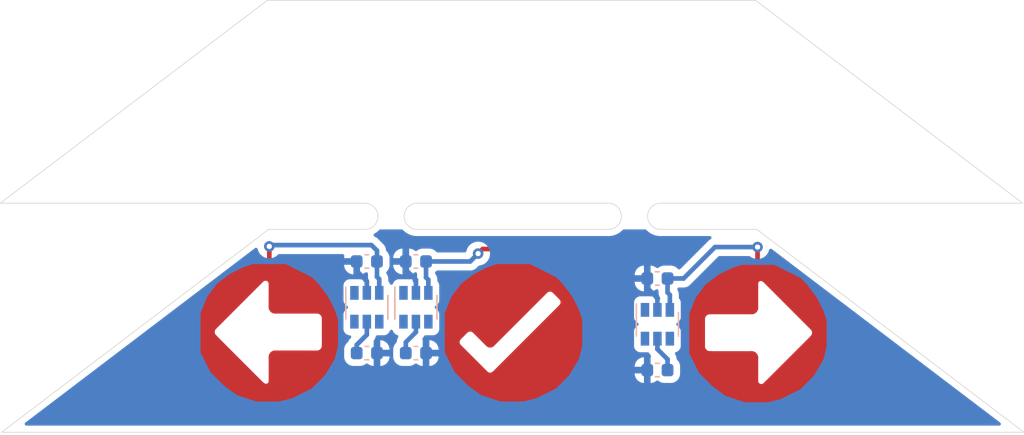
<source format=kicad_pcb>
(kicad_pcb (version 20211014) (generator pcbnew)
  (layers (0 "F.Cu" signal) (31 "B.Cu" signal) (34 "B.Paste" user) (35 "F.Paste" user) (36 "B.SilkS" user "B.Silkscreen") (37 "F.SilkS" user "F.Silkscreen") (38 "B.Mask" user) (39 "F.Mask" user) (44 "Edge.Cuts" user))
  (net 0 "")
  (net 1 "GND")
  (net 2 "Net-(C2-Pad1)")
  (net 3 "Net-(C5-Pad1)")
  (net 4 "Net-(C9-Pad1)")
  (net 11 "TP2")
  (net 12 "TP3")
  (net 13 "TP5")
  (net 14 "+5V")
  (footprint "Touchpad:TP_11mm_kvacica" (layer "F.Cu") (at 198.9 106.5)
    (fp_text reference "TP2" hide)
    (fp_text value "TestPoint")
    (fp_line (start -1.524001 3.047999) (end 3.555999 -2.032001) (layer "F.Cu") (width 0.12))
    (fp_line (start 3.555999 -2.539999) (end 3.047999 -3.047999) (layer "F.Cu") (width 0.12))
    (fp_line (start 2.54 -3.048) (end -1.524 1.016) (layer "F.Cu") (width 0.12))
    (fp_line (start -3.048001 0.000001) (end -2.032 1.016) (layer "F.Cu") (width 0.12))
    (fp_line (start -4.064 1.016) (end -2.032 3.048) (layer "F.Cu") (width 0.12))
    (fp_line (start -4.063999 0.508001) (end -3.556 0) (layer "F.Cu") (width 0.12))
    (fp_arc (start -1.524001 3.047999) (mid -1.778 3.153209) (end -2.031999 3.047999) (layer "F.Cu") (width 0.12))
    (fp_arc (start 3.555999 -2.539999) (mid 3.661209 -2.286) (end 3.555999 -2.032001) (layer "F.Cu") (width 0.12))
    (fp_arc (start -1.524001 1.015999) (mid -1.778 1.121209) (end -2.031999 1.015999) (layer "F.Cu") (width 0.12))
    (fp_arc (start -4.063999 1.015999) (mid -4.169209 0.762) (end -4.063999 0.508001) (layer "F.Cu") (width 0.12))
    (fp_arc (start -3.555999 0.000001) (mid -3.302 -0.105209) (end -3.048001 0.000001) (layer "F.Cu") (width 0.12))
    (fp_arc (start 2.540001 -3.047999) (mid 2.794 -3.153209) (end 3.047999 -3.047999) (layer "F.Cu") (width 0.12))
    (fp_circle (center 0 0) (end 5 0) (layer "F.Cu") (width 1) (fill none))
    (fp_poly (pts (xy -1.651 3.2385) (xy -1.4605 4.318) (xy -2.3495 4.318) (xy -2.286 3.048) (xy -2.032 3.048)) (layer "F.Cu") (width 0.01) (fill solid))
    (fp_poly (pts (xy 2.8575 -4.191) (xy 4.8895 -1.651) (xy 4.826 0.9525) (xy 3.556 3.556) (xy 0.635 4.953) (xy -1.7145 4.6355) (xy -1.778 3.175) (xy -1.524 3.048) (xy 3.556 -2.032) (xy 3.683 -2.3495) (xy 3.556 -2.54) (xy 2.9845 -3.1115) (xy 2.6035 -3.1115) (xy -1.4605 0.9525) (xy -1.7145 1.143) (xy -2.032 1.016) (xy -2.9845 0.0635) (xy -3.2385 -0.0635) (xy -3.4925 -0.0635) (xy -4.1275 0.5715) (xy -4.191 0.762) (xy -4.0005 1.0795) (xy -2.032 3.048) (xy -2.032 4.318) (xy -3.429 3.7465) (xy -4.6355 1.9685) (xy -4.826 -0.635) (xy -3.8735 -3.3655) (xy -0.635 -5.08)) (layer "F.Cu") (width 0.01) (fill solid))
    (pad "1" smd rect locked (at 0 -5.73786) (size 0.3556 0.5) (layers "F.Cu") (net 3 "Net-(C5-Pad1)"))
  )
  (footprint "Touchpad:TP_11mm_strelicaLijevo" (layer "F.Cu") (at 180.25 106.49393)
    (fp_text reference "TP3" hide)
    (fp_text value "TestPoint")
    (fp_line (start 4.064 -1.4605) (end 4.064 1.4605) (layer "F.Cu") (width 0.1))
    (fp_line (start -4.3815 0) (end -0.508 -3.8735) (layer "F.Cu") (width 0.1))
    (fp_line (start 0.508 -1.4605) (end 4.064 -1.4605) (layer "F.Cu") (width 0.1))
    (fp_line (start -0.000979 -3.696915) (end -0.002746 -1.905) (layer "F.Cu") (width 0.1))
    (fp_line (start 0 1.9685) (end 0 3.7465) (layer "F.Cu") (width 0.1))
    (fp_line (start -0.4445 3.937) (end -4.3815 0) (layer "F.Cu") (width 0.1))
    (fp_line (start 4.064 1.4605) (end 0.494085 1.458733) (layer "F.Cu") (width 0.1))
    (fp_arc (start -4.097508 0.287508) (mid -4.215976 -0.022485) (end -4.064 -0.3175) (layer "F.Cu") (width 0.1))
    (fp_arc (start 3.556 -1.4605) (mid 3.932002 -1.33842) (end 4.065767 -0.966415) (layer "F.Cu") (width 0.1))
    (fp_arc (start 0.508 -1.4605) (mid 0.151574 -1.566551) (end -0.002499 -1.905) (layer "F.Cu") (width 0.1))
    (fp_arc (start -0.520255 -3.859585) (mid -0.196856 -3.957703) (end 0 -3.683) (layer "F.Cu") (width 0.1))
    (fp_arc (start 0 1.9685) (mid 0.12208 1.592498) (end 0.494085 1.458733) (layer "F.Cu") (width 0.1))
    (fp_arc (start 0 3.7465) (mid -0.163824 3.983954) (end -0.443971 3.915103) (layer "F.Cu") (width 0.1))
    (fp_arc (start 4.064 0.9525) (mid 3.94192 1.328502) (end 3.569915 1.462267) (layer "F.Cu") (width 0.1))
    (fp_circle (center 0 0) (end 5 0) (layer "F.Cu") (width 1) (fill none))
    (fp_poly (pts (xy -4.2545 0.0635) (xy -4.445 0.0635) (xy -4.445 -0.127) (xy -4.2545 -0.127)) (layer "F.Cu") (width 0.1) (fill solid))
    (fp_poly (pts (xy 4.6355 0.0635) (xy 4.064 0.0635) (xy 4.064 -1.5875) (xy 4.6355 -1.5875)) (layer "F.Cu") (width 0.01) (fill solid))
    (fp_poly (pts (xy 4.1275 -1.2065) (xy 3.81 -1.4605) (xy 4.1275 -1.4605)) (layer "F.Cu") (width 0.1) (fill solid))
    (fp_poly (pts (xy 4.064 -2.9845) (xy 4.826 -1.5875) (xy 4.064 -1.4605) (xy 0.3175 -1.4605) (xy 0.0635 -1.651) (xy 0 -2.159) (xy 0 -3.683) (xy -0.127 -3.937) (xy -0.4445 -3.937) (xy -4.2545 -0.127) (xy -4.2545 0.0635) (xy -0.635 3.7465) (xy -0.3175 4.0005) (xy -0.0635 3.937) (xy 0 3.6195) (xy 0 1.905) (xy 0.127 1.5875) (xy 0.381 1.4605) (xy 4.064 1.4605) (xy 4.064 -0.0635) (xy 4.8895 -0.0635) (xy 4.5085 1.8415) (xy 2.6035 4.3815) (xy 0.0635 5.2705) (xy -2.4765 4.191) (xy -4.953 1.778) (xy -4.5085 -2.413) (xy -1.651 -4.6355) (xy 1.0795 -4.7625)) (layer "F.Cu") (width 0.01) (fill solid))
    (fp_poly (pts (xy 4.1275 1.524) (xy 3.81 1.524) (xy 4.1275 1.27)) (layer "F.Cu") (width 0.1) (fill solid))
    (pad "1" smd rect locked (at 0 -5.73786) (size 0.3556 0.5) (layers "F.Cu") (net 4 "Net-(C9-Pad1)"))
  )
  (footprint "Touchpad:TP_11mm_strelicaDesno" (layer "F.Cu") (at 217.55 106.54393)
    (fp_text reference "TP4" hide)
    (fp_text value "TestPoint")
    (fp_line (start -0.508 1.4605) (end -4.064 1.4605) (layer "F.Cu") (width 0.1))
    (fp_line (start -4.064 1.4605) (end -4.064 -1.4605) (layer "F.Cu") (width 0.1))
    (fp_line (start 0.000979 3.696915) (end 0.002746 1.905) (layer "F.Cu") (width 0.1))
    (fp_line (start -4.064 -1.4605) (end -0.494085 -1.458733) (layer "F.Cu") (width 0.1))
    (fp_line (start 0 -1.9685) (end 0 -3.7465) (layer "F.Cu") (width 0.1))
    (fp_line (start 0.4445 -3.937) (end 4.3815 0) (layer "F.Cu") (width 0.1))
    (fp_line (start 4.3815 0) (end 0.508 3.8735) (layer "F.Cu") (width 0.1))
    (fp_arc (start -3.556 1.4605) (mid -3.932002 1.33842) (end -4.065767 0.966415) (layer "F.Cu") (width 0.1))
    (fp_arc (start 0 -3.7465) (mid 0.163824 -3.983954) (end 0.443971 -3.915103) (layer "F.Cu") (width 0.1))
    (fp_arc (start 0 -1.9685) (mid -0.12208 -1.592498) (end -0.494085 -1.458733) (layer "F.Cu") (width 0.1))
    (fp_arc (start -0.508 1.4605) (mid -0.151574 1.566551) (end 0.002499 1.905) (layer "F.Cu") (width 0.1))
    (fp_arc (start -4.064 -0.9525) (mid -3.94192 -1.328502) (end -3.569915 -1.462267) (layer "F.Cu") (width 0.1))
    (fp_arc (start 4.097508 -0.287508) (mid 4.215976 0.022485) (end 4.064 0.3175) (layer "F.Cu") (width 0.1))
    (fp_arc (start 0.520255 3.859585) (mid 0.196856 3.957703) (end 0 3.683) (layer "F.Cu") (width 0.1))
    (fp_circle (center 0 0) (end -5 0) (layer "F.Cu") (width 1) (fill none))
    (fp_poly (pts (xy -4.1275 1.2065) (xy -3.81 1.4605) (xy -4.1275 1.4605)) (layer "F.Cu") (width 0.1) (fill solid))
    (fp_poly (pts (xy -4.6355 -0.0635) (xy -4.064 -0.0635) (xy -4.064 1.5875) (xy -4.6355 1.5875)) (layer "F.Cu") (width 0.01) (fill solid))
    (fp_poly (pts (xy 4.2545 -0.0635) (xy 4.445 -0.0635) (xy 4.445 0.127) (xy 4.2545 0.127)) (layer "F.Cu") (width 0.1) (fill solid))
    (fp_poly (pts (xy -4.1275 -1.524) (xy -3.81 -1.524) (xy -4.1275 -1.27)) (layer "F.Cu") (width 0.1) (fill solid))
    (fp_poly (pts (xy -4.064 2.9845) (xy -4.826 1.5875) (xy -4.064 1.4605) (xy -0.3175 1.4605) (xy -0.0635 1.651) (xy 0 2.159) (xy 0 3.683) (xy 0.127 3.937) (xy 0.4445 3.937) (xy 4.2545 0.127) (xy 4.2545 -0.0635) (xy 0.635 -3.7465) (xy 0.3175 -4.0005) (xy 0.0635 -3.937) (xy 0 -3.6195) (xy 0 -1.905) (xy -0.127 -1.5875) (xy -0.381 -1.4605) (xy -4.064 -1.4605) (xy -4.064 0.0635) (xy -4.8895 0.0635) (xy -4.5085 -1.8415) (xy -2.6035 -4.3815) (xy -0.0635 -5.2705) (xy 2.4765 -4.191) (xy 4.953 -1.778) (xy 4.5085 2.413) (xy 1.651 4.6355) (xy -1.0795 4.7625)) (layer "F.Cu") (width 0.01) (fill solid))
    (pad "1" smd rect locked (at 0 -5.73786) (size 0.3556 0.5) (layers "F.Cu") (net 2 "Net-(C2-Pad1)"))
  )
  (footprint "Capacitor_SMD:C_0603_1608Metric" (layer "B.Cu") (at 209.9 102.4 180)
    (fp_text reference "C2")
    (fp_text value "0-50 pF")
    (fp_line (start -0.14058 0.51) (end 0.14058 0.51) (layer "B.SilkS") (width 0.12))
    (fp_line (start -0.14058 -0.51) (end 0.14058 -0.51) (layer "B.SilkS") (width 0.12))
    (pad "1" smd roundrect locked (at -0.775 0 180) (size 0.9 0.95) (layers "B.Cu" "B.Paste" "B.Mask") (net 2 "Net-(C2-Pad1)"))
    (pad "2" smd roundrect locked (at 0.775 0 180) (size 0.9 0.95) (layers "B.Cu" "B.Paste" "B.Mask") (net 1 "GND"))
  )
  (footprint "Capacitor_SMD:C_0603_1608Metric" (layer "B.Cu") (at 209.9 109.4 180)
    (fp_text reference "C4")
    (fp_text value "100n")
    (fp_line (start -0.14058 0.51) (end 0.14058 0.51) (layer "B.SilkS") (width 0.12))
    (fp_line (start -0.14058 -0.51) (end 0.14058 -0.51) (layer "B.SilkS") (width 0.12))
    (pad "1" smd roundrect locked (at -0.775 0 180) (size 0.9 0.95) (layers "B.Cu" "B.Paste" "B.Mask") (net 14 "+5V"))
    (pad "2" smd roundrect locked (at 0.775 0 180) (size 0.9 0.95) (layers "B.Cu" "B.Paste" "B.Mask") (net 1 "GND"))
  )
  (footprint "Capacitor_SMD:C_0603_1608Metric" (layer "B.Cu") (at 191.45 101.1 180)
    (fp_text reference "C5")
    (fp_text value "0-50 pF")
    (fp_line (start -0.14058 0.51) (end 0.14058 0.51) (layer "B.SilkS") (width 0.12))
    (fp_line (start -0.14058 -0.51) (end 0.14058 -0.51) (layer "B.SilkS") (width 0.12))
    (pad "1" smd roundrect locked (at -0.775 0 180) (size 0.9 0.95) (layers "B.Cu" "B.Paste" "B.Mask") (net 3 "Net-(C5-Pad1)"))
    (pad "2" smd roundrect locked (at 0.775 0 180) (size 0.9 0.95) (layers "B.Cu" "B.Paste" "B.Mask") (net 1 "GND"))
  )
  (footprint "Capacitor_SMD:C_0603_1608Metric" (layer "B.Cu") (at 191.45 108.1)
    (fp_text reference "C7")
    (fp_text value "100n")
    (fp_line (start -0.14058 0.51) (end 0.14058 0.51) (layer "B.SilkS") (width 0.12))
    (fp_line (start -0.14058 -0.51) (end 0.14058 -0.51) (layer "B.SilkS") (width 0.12))
    (pad "1" smd roundrect locked (at -0.775 0) (size 0.9 0.95) (layers "B.Cu" "B.Paste" "B.Mask") (net 14 "+5V"))
    (pad "2" smd roundrect locked (at 0.775 0) (size 0.9 0.95) (layers "B.Cu" "B.Paste" "B.Mask") (net 1 "GND"))
  )
  (footprint "Capacitor_SMD:C_0603_1608Metric" (layer "B.Cu") (at 187.7 101.1 180)
    (fp_text reference "C9")
    (fp_text value "0-50 pF")
    (fp_line (start -0.14058 0.51) (end 0.14058 0.51) (layer "B.SilkS") (width 0.12))
    (fp_line (start -0.14058 -0.51) (end 0.14058 -0.51) (layer "B.SilkS") (width 0.12))
    (pad "1" smd roundrect locked (at -0.775 0 180) (size 0.9 0.95) (layers "B.Cu" "B.Paste" "B.Mask") (net 4 "Net-(C9-Pad1)"))
    (pad "2" smd roundrect locked (at 0.775 0 180) (size 0.9 0.95) (layers "B.Cu" "B.Paste" "B.Mask") (net 1 "GND"))
  )
  (footprint "Capacitor_SMD:C_0603_1608Metric" (layer "B.Cu") (at 187.7 108.1)
    (fp_text reference "C11")
    (fp_text value "100n")
    (fp_line (start -0.14058 0.51) (end 0.14058 0.51) (layer "B.SilkS") (width 0.12))
    (fp_line (start -0.14058 -0.51) (end 0.14058 -0.51) (layer "B.SilkS") (width 0.12))
    (pad "1" smd roundrect locked (at -0.775 0) (size 0.9 0.95) (layers "B.Cu" "B.Paste" "B.Mask") (net 14 "+5V"))
    (pad "2" smd roundrect locked (at 0.775 0) (size 0.9 0.95) (layers "B.Cu" "B.Paste" "B.Mask") (net 1 "GND"))
  )
  (footprint "Package_TO_SOT_SMD:SOT-23-6" (layer "B.Cu") (at 209.9 105.9 -90)
    (fp_text reference "U2" hide)
    (fp_text value "TTP223-BA6")
    (fp_line (start -0.9 -1.61) (end 0.9 -1.61) (layer "B.SilkS") (width 0.12))
    (fp_line (start 0.9 1.61) (end -1.55 1.61) (layer "B.SilkS") (width 0.12))
    (pad "1" smd rect locked (at -1.1 0.95 270) (size 1.06 0.65) (layers "B.Cu" "B.Paste" "B.Mask") (net 11 "TP2"))
    (pad "2" smd rect locked (at -1.1 0 270) (size 1.06 0.65) (layers "B.Cu" "B.Paste" "B.Mask") (net 1 "GND"))
    (pad "3" smd rect locked (at -1.1 -0.95 270) (size 1.06 0.65) (layers "B.Cu" "B.Paste" "B.Mask") (net 2 "Net-(C2-Pad1)"))
    (pad "4" smd rect locked (at 1.1 -0.95 270) (size 1.06 0.65) (layers "B.Cu" "B.Paste" "B.Mask"))
    (pad "5" smd rect locked (at 1.1 0 270) (size 1.06 0.65) (layers "B.Cu" "B.Paste" "B.Mask") (net 14 "+5V"))
    (pad "6" smd rect locked (at 1.1 0.95 270) (size 1.06 0.65) (layers "B.Cu" "B.Paste" "B.Mask"))
  )
  (footprint "Package_TO_SOT_SMD:SOT-23-6" (layer "B.Cu") (at 191.45 104.6 -90)
    (fp_text reference "U3" hide)
    (fp_text value "TTP223-BA6")
    (fp_line (start 0.9 1.61) (end -1.55 1.61) (layer "B.SilkS") (width 0.12))
    (fp_line (start -0.9 -1.61) (end 0.9 -1.61) (layer "B.SilkS") (width 0.12))
    (pad "1" smd rect locked (at -1.1 0.95 270) (size 1.06 0.65) (layers "B.Cu" "B.Paste" "B.Mask") (net 12 "TP3"))
    (pad "2" smd rect locked (at -1.1 0 270) (size 1.06 0.65) (layers "B.Cu" "B.Paste" "B.Mask") (net 1 "GND"))
    (pad "3" smd rect locked (at -1.1 -0.95 270) (size 1.06 0.65) (layers "B.Cu" "B.Paste" "B.Mask") (net 3 "Net-(C5-Pad1)"))
    (pad "4" smd rect locked (at 1.1 -0.95 270) (size 1.06 0.65) (layers "B.Cu" "B.Paste" "B.Mask"))
    (pad "5" smd rect locked (at 1.1 0 270) (size 1.06 0.65) (layers "B.Cu" "B.Paste" "B.Mask") (net 14 "+5V"))
    (pad "6" smd rect locked (at 1.1 0.95 270) (size 1.06 0.65) (layers "B.Cu" "B.Paste" "B.Mask"))
  )
  (footprint "Package_TO_SOT_SMD:SOT-23-6" (layer "B.Cu") (at 187.7 104.6 -90)
    (fp_text reference "U5" hide)
    (fp_text value "TTP223-BA6")
    (fp_line (start -0.9 -1.61) (end 0.9 -1.61) (layer "B.SilkS") (width 0.12))
    (fp_line (start 0.9 1.61) (end -1.55 1.61) (layer "B.SilkS") (width 0.12))
    (pad "1" smd rect locked (at -1.1 0.95 270) (size 1.06 0.65) (layers "B.Cu" "B.Paste" "B.Mask") (net 13 "TP5"))
    (pad "2" smd rect locked (at -1.1 0 270) (size 1.06 0.65) (layers "B.Cu" "B.Paste" "B.Mask") (net 1 "GND"))
    (pad "3" smd rect locked (at -1.1 -0.95 270) (size 1.06 0.65) (layers "B.Cu" "B.Paste" "B.Mask") (net 4 "Net-(C9-Pad1)"))
    (pad "4" smd rect locked (at 1.1 -0.95 270) (size 1.06 0.65) (layers "B.Cu" "B.Paste" "B.Mask"))
    (pad "5" smd rect locked (at 1.1 0 270) (size 1.06 0.65) (layers "B.Cu" "B.Paste" "B.Mask") (net 14 "+5V"))
    (pad "6" smd rect locked (at 1.1 0.95 270) (size 1.06 0.65) (layers "B.Cu" "B.Paste" "B.Mask"))
  )
  (gr_line (start 210.15 96.65) (end 237.8 96.65) (layer "Edge.Cuts") (width 0.05))
  (gr_line (start 180.2 98.65) (end 159.8 114.15) (layer "Edge.Cuts") (width 0.05))
  (gr_line (start 217.4 81.15) (end 237.8 96.65) (layer "Edge.Cuts") (width 0.05))
  (gr_line (start 180.2 98.65) (end 187.55 98.65) (layer "Edge.Cuts") (width 0.05))
  (gr_arc (start 206.15 96.65) (mid 207.15 97.65) (end 206.15 98.65) (layer "Edge.Cuts") (width 0.05))
  (gr_line (start 180.1 81.15) (end 217.4 81.15) (layer "Edge.Cuts") (width 0.05))
  (gr_arc (start 210.15 98.65) (mid 209.15 97.65) (end 210.15 96.65) (layer "Edge.Cuts") (width 0.05))
  (gr_line (start 180.1 81.15) (end 159.7 96.65) (layer "Edge.Cuts") (width 0.05))
  (gr_circle (center 198.9 114.35) (end 198.91 114.35) (layer "Edge.Cuts") (width 0.0001) (fill solid))
  (gr_line (start 217.5 98.65) (end 237.9 114.15) (layer "Edge.Cuts") (width 0.05))
  (gr_line (start 159.8 114.15) (end 237.9 114.15) (layer "Edge.Cuts") (width 0.05))
  (gr_line (start 206.15 96.65) (end 191.55 96.65) (layer "Edge.Cuts") (width 0.05))
  (gr_line (start 217.5 98.65) (end 210.15 98.65) (layer "Edge.Cuts") (width 0.05))
  (gr_arc (start 191.55 98.65) (mid 190.55 97.65) (end 191.55 96.65) (layer "Edge.Cuts") (width 0.05))
  (gr_line (start 187.55 96.65) (end 159.7 96.65) (layer "Edge.Cuts") (width 0.05))
  (gr_line (start 191.55 98.65) (end 206.15 98.65) (layer "Edge.Cuts") (width 0.05))
  (gr_arc (start 187.55 96.65) (mid 188.55 97.65) (end 187.55 98.65) (layer "Edge.Cuts") (width 0.05))
  (gr_circle (center 197.9 106.6) (end 197.91 106.6) (layer "Edge.Cuts") (width 0.0001) (fill solid))
  (segment (start 187.7 102.6) (end 187.7 103.5) (width 0.3556) (layer "B.Cu") (net 1))
  (segment (start 186.925 101.825) (end 187.7 102.6) (width 0.3556) (layer "B.Cu") (net 1))
  (segment (start 209.9 103.9) (end 209.9 104.8) (width 0.3556) (layer "B.Cu") (net 1))
  (segment (start 186.925 101.1) (end 186.925 101.825) (width 0.3556) (layer "B.Cu") (net 1))
  (segment (start 209.125 103.125) (end 209.9 103.9) (width 0.3556) (layer "B.Cu") (net 1))
  (segment (start 190.675 101.725) (end 190.675 101.1) (width 0.3556) (layer "B.Cu") (net 1))
  (segment (start 191.45 102.5) (end 190.675 101.725) (width 0.3556) (layer "B.Cu") (net 1))
  (segment (start 209.125 102.4) (end 209.125 103.125) (width 0.3556) (layer "B.Cu") (net 1))
  (segment (start 191.45 103.5) (end 191.45 102.5) (width 0.3556) (layer "B.Cu") (net 1))
  (segment (start 217.55 100.25) (end 217.55 100.55) (width 0.3556) (layer "F.Cu") (net 2))
  (via (at 217.55 100) (size 0.8) (drill 0.4) (layers "F.Cu" "B.Cu") (net 2))
  (segment (start 211.9 102.4) (end 210.675 102.4) (width 0.3556) (layer "B.Cu") (net 2))
  (segment (start 217.55 100) (end 214.3 100) (width 0.3556) (layer "B.Cu") (net 2))
  (segment (start 214.3 100) (end 211.9 102.4) (width 0.3556) (layer "B.Cu") (net 2))
  (segment (start 210.675 103.475) (end 210.675 102.4) (width 0.3556) (layer "B.Cu") (net 2))
  (segment (start 210.85 104.8) (end 210.85 103.65) (width 0.3556) (layer "B.Cu") (net 2))
  (segment (start 210.85 103.65) (end 210.675 103.475) (width 0.3556) (layer "B.Cu") (net 2))
  (segment (start 196.55 100.15) (end 196.2 100.5) (width 0.3556) (layer "F.Cu") (net 3))
  (segment (start 198.65 100.15) (end 196.55 100.15) (width 0.3556) (layer "F.Cu") (net 3))
  (segment (start 198.9 100.61316) (end 198.9 100.4) (width 0.3556) (layer "F.Cu") (net 3))
  (segment (start 198.9 100.4) (end 198.65 100.15) (width 0.3556) (layer "F.Cu") (net 3))
  (via (at 196.2 100.5) (size 0.8) (drill 0.4) (layers "F.Cu" "B.Cu") (net 3))
  (segment (start 192.225 101.1) (end 192.225 102.325) (width 0.3556) (layer "B.Cu") (net 3))
  (segment (start 192.225 102.325) (end 192.4 102.5) (width 0.3556) (layer "B.Cu") (net 3))
  (segment (start 192.225 101.1) (end 195.6 101.1) (width 0.3556) (layer "B.Cu") (net 3))
  (segment (start 192.4 102.5) (end 192.4 103.5) (width 0.3556) (layer "B.Cu") (net 3))
  (segment (start 195.6 101.1) (end 196.2 100.5) (width 0.3556) (layer "B.Cu") (net 3))
  (segment (start 180.25 100.2) (end 180.25 100.5) (width 0.3556) (layer "F.Cu") (net 4))
  (via (at 180.25 99.95) (size 0.8) (drill 0.4) (layers "F.Cu" "B.Cu") (net 4))
  (segment (start 188.65 102.45) (end 188.65 103.5) (width 0.3556) (layer "B.Cu") (net 4))
  (segment (start 180.35 99.85) (end 180.25 99.95) (width 0.3556) (layer "B.Cu") (net 4))
  (segment (start 188.05 99.85) (end 180.35 99.85) (width 0.3556) (layer "B.Cu") (net 4))
  (segment (start 188.475 101.1) (end 188.475 100.275) (width 0.3556) (layer "B.Cu") (net 4))
  (segment (start 188.475 102.275) (end 188.65 102.45) (width 0.3556) (layer "B.Cu") (net 4))
  (segment (start 188.475 100.275) (end 188.05 99.85) (width 0.3556) (layer "B.Cu") (net 4))
  (segment (start 188.475 101.1) (end 188.475 102.275) (width 0.3556) (layer "B.Cu") (net 4))
  (segment (start 187.7 106.7) (end 187.7 105.7) (width 0.3556) (layer "B.Cu") (net 14))
  (segment (start 186.925 107.475) (end 187.7 106.7) (width 0.3556) (layer "B.Cu") (net 14))
  (segment (start 190.675 108.1) (end 190.675 107.275) (width 0.3556) (layer "B.Cu") (net 14))
  (segment (start 190.675 107.275) (end 191.45 106.5) (width 0.3556) (layer "B.Cu") (net 14))
  (segment (start 191.45 106.5) (end 191.45 105.7) (width 0.3556) (layer "B.Cu") (net 14))
  (segment (start 209.9 107) (end 209.9 107.8) (width 0.3556) (layer "B.Cu") (net 14))
  (segment (start 186.925 108.1) (end 186.925 107.475) (width 0.3556) (layer "B.Cu") (net 14))
  (segment (start 210.675 108.575) (end 210.675 109.4) (width 0.3556) (layer "B.Cu") (net 14))
  (segment (start 209.9 107.8) (end 210.675 108.575) (width 0.3556) (layer "B.Cu") (net 14))
  (zone (net 0) (net_name "") (layer "B.Cu") (connect_pads (clearance 0)) (min_thickness 0.254)
    (keepout (tracks not_allowed) (vias not_allowed) (pads allowed) (copperpour not_allowed) (footprints allowed))
    (fill (thermal_gap 0.508) (thermal_bridge_width 0.508))
    (polygon (pts (xy 220.83 102.36) (xy 221.33 102.86) (xy 222.08 103.86) (xy 222.58 104.86) (xy 222.83 105.61) (xy 222.83 107.61) (xy 222.58 108.61) (xy 221.83 109.86) (xy 220.83 110.86) (xy 219.33 111.61) (xy 218.33 111.86) (xy 216.58 111.86) (xy 215.08 111.36) (xy 214.08 110.61) (xy 213.08 109.61) (xy 212.33 108.11) (xy 212.33 107.11) (xy 212.33 106.11) (xy 212.33 105.11) (xy 212.83 103.86) (xy 213.58 102.86) (xy 214.58 102.11) (xy 215.58 101.61) (xy 216.33 101.36) (xy 218.83 101.36)))
  )
  (zone (net 0) (net_name "") (layer "B.Cu") (connect_pads (clearance 0)) (min_thickness 0.254)
    (keepout (tracks not_allowed) (vias not_allowed) (pads allowed) (copperpour not_allowed) (footprints allowed))
    (fill (thermal_gap 0.508) (thermal_bridge_width 0.508))
    (polygon (pts (xy 202.155 102.3) (xy 202.655 102.8) (xy 203.405 103.8) (xy 203.905 104.8) (xy 204.155 105.55) (xy 204.155 107.55) (xy 203.905 108.55) (xy 203.155 109.8) (xy 202.155 110.8) (xy 200.655 111.55) (xy 199.655 111.8) (xy 197.905 111.8) (xy 196.405 111.3) (xy 195.405 110.55) (xy 194.405 109.55) (xy 193.655 108.05) (xy 193.655 107.05) (xy 193.655 106.05) (xy 193.655 105.05) (xy 194.155 103.8) (xy 194.905 102.8) (xy 195.905 102.05) (xy 196.905 101.55) (xy 197.655 101.3) (xy 200.155 101.3)))
  )
  (zone (net 1) (net_name "GND") (layer "B.Cu") (connect_pads (clearance 0.508)) (min_thickness 0.254) (fill yes (thermal_gap 0.508) (thermal_bridge_width 0.508))
    (polygon (pts (xy 237.9 114.15) (xy 159.8 114.15) (xy 180.2 98.65) (xy 217.5 98.65)))
  )
  (zone (net 0) (net_name "") (layer "B.Cu") (connect_pads (clearance 0)) (min_thickness 0.254)
    (keepout (tracks not_allowed) (vias not_allowed) (pads allowed) (copperpour not_allowed) (footprints allowed))
    (fill (thermal_gap 0.508) (thermal_bridge_width 0.508))
    (polygon (pts (xy 183.5 102.3) (xy 184 102.8) (xy 184.75 103.8) (xy 185.25 104.8) (xy 185.5 105.55) (xy 185.5 107.55) (xy 185.25 108.55) (xy 184.5 109.8) (xy 183.5 110.8) (xy 182 111.55) (xy 181 111.8) (xy 179.25 111.8) (xy 177.75 111.3) (xy 176.75 110.55) (xy 175.75 109.55) (xy 175 108.05) (xy 175 107.05) (xy 175 106.05) (xy 175 105.05) (xy 175.5 103.8) (xy 176.25 102.8) (xy 177.25 102.05) (xy 178.25 101.55) (xy 179 101.3) (xy 181.5 101.3)))
  )
)
</source>
